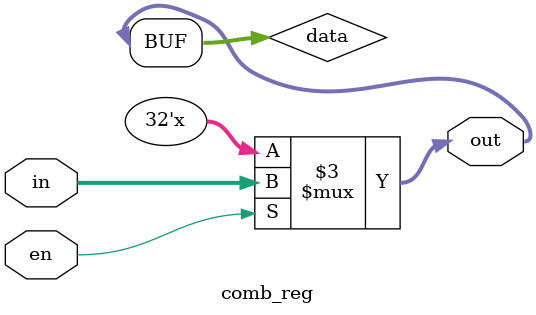
<source format=sv>
`timescale 1ns/1ps

module comb_reg (in, out, en);
    input logic [31:0] in;
    input logic en;
    output logic [31:0] out;

    reg [31:0] data;


    always @(*) begin
        if (en) begin
            data = in;
        end else data = data;
        out <= data;
    end
endmodule
</source>
